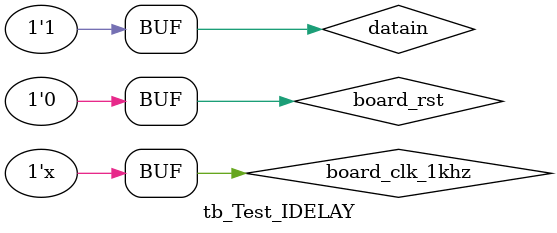
<source format=v>

`timescale 1ns/1ps
module tb_Test_IDELAY (); /* this is automatically generated */

	// (*NOTE*) replace reset, clock, others
	reg board_clk_1khz;
	reg board_rst;

	initial begin
		board_clk_1khz <= 1'd0;
		board_rst <= 1'd1;
		datain <= 1'd0;
		#13
		board_rst <= 1'd0;
		#200
		datain = 1'd1;
	end

	always #500_000 board_clk_1khz <= !board_clk_1khz;

	reg datain;
	wire dataout;

	Test_IDELAY inst_Test_IDELAY (.board_clk_1khz(board_clk_1khz), .board_rst(board_rst), .datain(datain), .dataout(dataout));

	
endmodule

</source>
